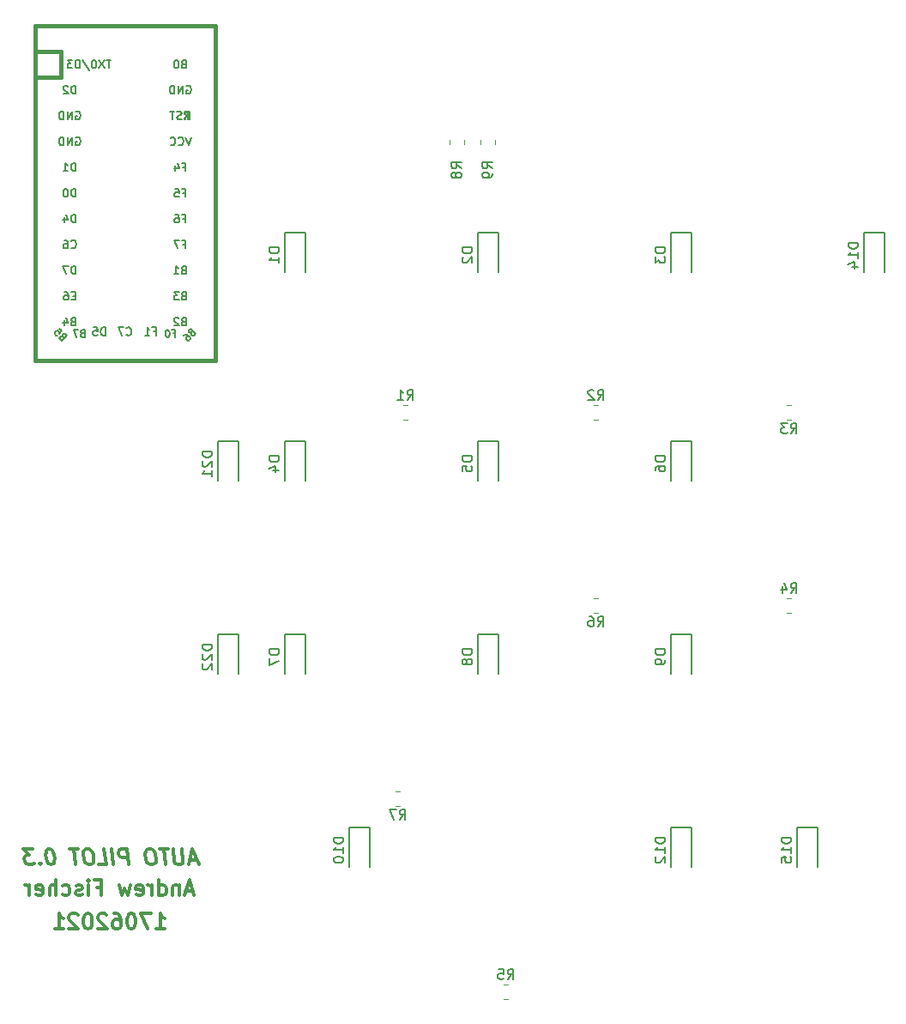
<source format=gbo>
G04 #@! TF.GenerationSoftware,KiCad,Pcbnew,(5.1.9)-1*
G04 #@! TF.CreationDate,2021-06-17T16:50:29+01:00*
G04 #@! TF.ProjectId,AutoPilot,4175746f-5069-46c6-9f74-2e6b69636164,0.3*
G04 #@! TF.SameCoordinates,Original*
G04 #@! TF.FileFunction,Legend,Bot*
G04 #@! TF.FilePolarity,Positive*
%FSLAX46Y46*%
G04 Gerber Fmt 4.6, Leading zero omitted, Abs format (unit mm)*
G04 Created by KiCad (PCBNEW (5.1.9)-1) date 2021-06-17 16:50:29*
%MOMM*%
%LPD*%
G01*
G04 APERTURE LIST*
%ADD10C,0.300000*%
%ADD11C,0.120000*%
%ADD12C,0.152400*%
%ADD13C,0.381000*%
%ADD14C,0.150000*%
%ADD15C,0.154940*%
%ADD16C,1.727200*%
%ADD17C,3.505200*%
%ADD18C,3.200001*%
%ADD19C,3.987800*%
%ADD20C,3.048000*%
%ADD21C,4.089400*%
%ADD22C,1.706881*%
%ADD23C,2.235200*%
%ADD24C,3.429000*%
%ADD25R,1.200000X0.900000*%
%ADD26C,3.200000*%
%ADD27C,1.752600*%
%ADD28R,1.752600X1.752600*%
%ADD29C,2.000000*%
%ADD30O,3.251200X1.727200*%
G04 APERTURE END LIST*
D10*
X91439428Y-142156571D02*
X92296571Y-142156571D01*
X91868000Y-142156571D02*
X91868000Y-140656571D01*
X92010857Y-140870857D01*
X92153714Y-141013714D01*
X92296571Y-141085142D01*
X90939428Y-140656571D02*
X89939428Y-140656571D01*
X90582285Y-142156571D01*
X89082285Y-140656571D02*
X88939428Y-140656571D01*
X88796571Y-140728000D01*
X88725142Y-140799428D01*
X88653714Y-140942285D01*
X88582285Y-141228000D01*
X88582285Y-141585142D01*
X88653714Y-141870857D01*
X88725142Y-142013714D01*
X88796571Y-142085142D01*
X88939428Y-142156571D01*
X89082285Y-142156571D01*
X89225142Y-142085142D01*
X89296571Y-142013714D01*
X89368000Y-141870857D01*
X89439428Y-141585142D01*
X89439428Y-141228000D01*
X89368000Y-140942285D01*
X89296571Y-140799428D01*
X89225142Y-140728000D01*
X89082285Y-140656571D01*
X87296571Y-140656571D02*
X87582285Y-140656571D01*
X87725142Y-140728000D01*
X87796571Y-140799428D01*
X87939428Y-141013714D01*
X88010857Y-141299428D01*
X88010857Y-141870857D01*
X87939428Y-142013714D01*
X87868000Y-142085142D01*
X87725142Y-142156571D01*
X87439428Y-142156571D01*
X87296571Y-142085142D01*
X87225142Y-142013714D01*
X87153714Y-141870857D01*
X87153714Y-141513714D01*
X87225142Y-141370857D01*
X87296571Y-141299428D01*
X87439428Y-141228000D01*
X87725142Y-141228000D01*
X87868000Y-141299428D01*
X87939428Y-141370857D01*
X88010857Y-141513714D01*
X86582285Y-140799428D02*
X86510857Y-140728000D01*
X86368000Y-140656571D01*
X86010857Y-140656571D01*
X85868000Y-140728000D01*
X85796571Y-140799428D01*
X85725142Y-140942285D01*
X85725142Y-141085142D01*
X85796571Y-141299428D01*
X86653714Y-142156571D01*
X85725142Y-142156571D01*
X84796571Y-140656571D02*
X84653714Y-140656571D01*
X84510857Y-140728000D01*
X84439428Y-140799428D01*
X84368000Y-140942285D01*
X84296571Y-141228000D01*
X84296571Y-141585142D01*
X84368000Y-141870857D01*
X84439428Y-142013714D01*
X84510857Y-142085142D01*
X84653714Y-142156571D01*
X84796571Y-142156571D01*
X84939428Y-142085142D01*
X85010857Y-142013714D01*
X85082285Y-141870857D01*
X85153714Y-141585142D01*
X85153714Y-141228000D01*
X85082285Y-140942285D01*
X85010857Y-140799428D01*
X84939428Y-140728000D01*
X84796571Y-140656571D01*
X83725142Y-140799428D02*
X83653714Y-140728000D01*
X83510857Y-140656571D01*
X83153714Y-140656571D01*
X83010857Y-140728000D01*
X82939428Y-140799428D01*
X82868000Y-140942285D01*
X82868000Y-141085142D01*
X82939428Y-141299428D01*
X83796571Y-142156571D01*
X82868000Y-142156571D01*
X81439428Y-142156571D02*
X82296571Y-142156571D01*
X81868000Y-142156571D02*
X81868000Y-140656571D01*
X82010857Y-140870857D01*
X82153714Y-141013714D01*
X82296571Y-141085142D01*
X95470500Y-135378000D02*
X94756214Y-135378000D01*
X95666928Y-135806571D02*
X94979428Y-134306571D01*
X94666928Y-135806571D01*
X93979428Y-134306571D02*
X94131214Y-135520857D01*
X94077642Y-135663714D01*
X94015142Y-135735142D01*
X93881214Y-135806571D01*
X93595500Y-135806571D01*
X93443714Y-135735142D01*
X93363357Y-135663714D01*
X93274071Y-135520857D01*
X93122285Y-134306571D01*
X92622285Y-134306571D02*
X91765142Y-134306571D01*
X92381214Y-135806571D02*
X92193714Y-134306571D01*
X90979428Y-134306571D02*
X90693714Y-134306571D01*
X90559785Y-134378000D01*
X90434785Y-134520857D01*
X90399071Y-134806571D01*
X90461571Y-135306571D01*
X90568714Y-135592285D01*
X90729428Y-135735142D01*
X90881214Y-135806571D01*
X91166928Y-135806571D01*
X91300857Y-135735142D01*
X91425857Y-135592285D01*
X91461571Y-135306571D01*
X91399071Y-134806571D01*
X91291928Y-134520857D01*
X91131214Y-134378000D01*
X90979428Y-134306571D01*
X88738357Y-135806571D02*
X88550857Y-134306571D01*
X87979428Y-134306571D01*
X87845500Y-134378000D01*
X87783000Y-134449428D01*
X87729428Y-134592285D01*
X87756214Y-134806571D01*
X87845500Y-134949428D01*
X87925857Y-135020857D01*
X88077642Y-135092285D01*
X88649071Y-135092285D01*
X87238357Y-135806571D02*
X87050857Y-134306571D01*
X85809785Y-135806571D02*
X86524071Y-135806571D01*
X86336571Y-134306571D01*
X84836571Y-134306571D02*
X84550857Y-134306571D01*
X84416928Y-134378000D01*
X84291928Y-134520857D01*
X84256214Y-134806571D01*
X84318714Y-135306571D01*
X84425857Y-135592285D01*
X84586571Y-135735142D01*
X84738357Y-135806571D01*
X85024071Y-135806571D01*
X85158000Y-135735142D01*
X85283000Y-135592285D01*
X85318714Y-135306571D01*
X85256214Y-134806571D01*
X85149071Y-134520857D01*
X84988357Y-134378000D01*
X84836571Y-134306571D01*
X83765142Y-134306571D02*
X82908000Y-134306571D01*
X83524071Y-135806571D02*
X83336571Y-134306571D01*
X80979428Y-134306571D02*
X80836571Y-134306571D01*
X80702642Y-134378000D01*
X80640142Y-134449428D01*
X80586571Y-134592285D01*
X80550857Y-134878000D01*
X80595500Y-135235142D01*
X80702642Y-135520857D01*
X80791928Y-135663714D01*
X80872285Y-135735142D01*
X81024071Y-135806571D01*
X81166928Y-135806571D01*
X81300857Y-135735142D01*
X81363357Y-135663714D01*
X81416928Y-135520857D01*
X81452642Y-135235142D01*
X81408000Y-134878000D01*
X81300857Y-134592285D01*
X81211571Y-134449428D01*
X81131214Y-134378000D01*
X80979428Y-134306571D01*
X80006214Y-135663714D02*
X79943714Y-135735142D01*
X80024071Y-135806571D01*
X80086571Y-135735142D01*
X80006214Y-135663714D01*
X80024071Y-135806571D01*
X79265142Y-134306571D02*
X78336571Y-134306571D01*
X78908000Y-134878000D01*
X78693714Y-134878000D01*
X78559785Y-134949428D01*
X78497285Y-135020857D01*
X78443714Y-135163714D01*
X78488357Y-135520857D01*
X78577642Y-135663714D01*
X78658000Y-135735142D01*
X78809785Y-135806571D01*
X79238357Y-135806571D01*
X79372285Y-135735142D01*
X79434785Y-135663714D01*
X95082285Y-138426000D02*
X94368000Y-138426000D01*
X95225142Y-138854571D02*
X94725142Y-137354571D01*
X94225142Y-138854571D01*
X93725142Y-137854571D02*
X93725142Y-138854571D01*
X93725142Y-137997428D02*
X93653714Y-137926000D01*
X93510857Y-137854571D01*
X93296571Y-137854571D01*
X93153714Y-137926000D01*
X93082285Y-138068857D01*
X93082285Y-138854571D01*
X91725142Y-138854571D02*
X91725142Y-137354571D01*
X91725142Y-138783142D02*
X91868000Y-138854571D01*
X92153714Y-138854571D01*
X92296571Y-138783142D01*
X92368000Y-138711714D01*
X92439428Y-138568857D01*
X92439428Y-138140285D01*
X92368000Y-137997428D01*
X92296571Y-137926000D01*
X92153714Y-137854571D01*
X91868000Y-137854571D01*
X91725142Y-137926000D01*
X91010857Y-138854571D02*
X91010857Y-137854571D01*
X91010857Y-138140285D02*
X90939428Y-137997428D01*
X90868000Y-137926000D01*
X90725142Y-137854571D01*
X90582285Y-137854571D01*
X89510857Y-138783142D02*
X89653714Y-138854571D01*
X89939428Y-138854571D01*
X90082285Y-138783142D01*
X90153714Y-138640285D01*
X90153714Y-138068857D01*
X90082285Y-137926000D01*
X89939428Y-137854571D01*
X89653714Y-137854571D01*
X89510857Y-137926000D01*
X89439428Y-138068857D01*
X89439428Y-138211714D01*
X90153714Y-138354571D01*
X88939428Y-137854571D02*
X88653714Y-138854571D01*
X88368000Y-138140285D01*
X88082285Y-138854571D01*
X87796571Y-137854571D01*
X85582285Y-138068857D02*
X86082285Y-138068857D01*
X86082285Y-138854571D02*
X86082285Y-137354571D01*
X85368000Y-137354571D01*
X84796571Y-138854571D02*
X84796571Y-137854571D01*
X84796571Y-137354571D02*
X84868000Y-137426000D01*
X84796571Y-137497428D01*
X84725142Y-137426000D01*
X84796571Y-137354571D01*
X84796571Y-137497428D01*
X84153714Y-138783142D02*
X84010857Y-138854571D01*
X83725142Y-138854571D01*
X83582285Y-138783142D01*
X83510857Y-138640285D01*
X83510857Y-138568857D01*
X83582285Y-138426000D01*
X83725142Y-138354571D01*
X83939428Y-138354571D01*
X84082285Y-138283142D01*
X84153714Y-138140285D01*
X84153714Y-138068857D01*
X84082285Y-137926000D01*
X83939428Y-137854571D01*
X83725142Y-137854571D01*
X83582285Y-137926000D01*
X82225142Y-138783142D02*
X82368000Y-138854571D01*
X82653714Y-138854571D01*
X82796571Y-138783142D01*
X82868000Y-138711714D01*
X82939428Y-138568857D01*
X82939428Y-138140285D01*
X82868000Y-137997428D01*
X82796571Y-137926000D01*
X82653714Y-137854571D01*
X82368000Y-137854571D01*
X82225142Y-137926000D01*
X81582285Y-138854571D02*
X81582285Y-137354571D01*
X80939428Y-138854571D02*
X80939428Y-138068857D01*
X81010857Y-137926000D01*
X81153714Y-137854571D01*
X81368000Y-137854571D01*
X81510857Y-137926000D01*
X81582285Y-137997428D01*
X79653714Y-138783142D02*
X79796571Y-138854571D01*
X80082285Y-138854571D01*
X80225142Y-138783142D01*
X80296571Y-138640285D01*
X80296571Y-138068857D01*
X80225142Y-137926000D01*
X80082285Y-137854571D01*
X79796571Y-137854571D01*
X79653714Y-137926000D01*
X79582285Y-138068857D01*
X79582285Y-138211714D01*
X80296571Y-138354571D01*
X78939428Y-138854571D02*
X78939428Y-137854571D01*
X78939428Y-138140285D02*
X78868000Y-137997428D01*
X78796571Y-137926000D01*
X78653714Y-137854571D01*
X78510857Y-137854571D01*
D11*
X123471000Y-64743064D02*
X123471000Y-64288936D01*
X124941000Y-64743064D02*
X124941000Y-64288936D01*
X120423000Y-64743064D02*
X120423000Y-64288936D01*
X121893000Y-64743064D02*
X121893000Y-64288936D01*
D12*
X97552000Y-113066000D02*
X97552000Y-116966000D01*
X99552000Y-113066000D02*
X99552000Y-116966000D01*
X97552000Y-113066000D02*
X99552000Y-113066000D01*
X97552000Y-94016000D02*
X97552000Y-97916000D01*
X99552000Y-94016000D02*
X99552000Y-97916000D01*
X97552000Y-94016000D02*
X99552000Y-94016000D01*
X154702000Y-132116000D02*
X154702000Y-136016000D01*
X156702000Y-132116000D02*
X156702000Y-136016000D01*
X154702000Y-132116000D02*
X156702000Y-132116000D01*
X161306000Y-73442000D02*
X161306000Y-77342000D01*
X163306000Y-73442000D02*
X163306000Y-77342000D01*
X161306000Y-73442000D02*
X163306000Y-73442000D01*
X142256000Y-132116000D02*
X142256000Y-136016000D01*
X144256000Y-132116000D02*
X144256000Y-136016000D01*
X142256000Y-132116000D02*
X144256000Y-132116000D01*
X110506000Y-132116000D02*
X110506000Y-136016000D01*
X112506000Y-132116000D02*
X112506000Y-136016000D01*
X110506000Y-132116000D02*
X112506000Y-132116000D01*
X142256000Y-113066000D02*
X142256000Y-116966000D01*
X144256000Y-113066000D02*
X144256000Y-116966000D01*
X142256000Y-113066000D02*
X144256000Y-113066000D01*
X123206000Y-113066000D02*
X123206000Y-116966000D01*
X125206000Y-113066000D02*
X125206000Y-116966000D01*
X123206000Y-113066000D02*
X125206000Y-113066000D01*
X104156000Y-113066000D02*
X104156000Y-116966000D01*
X106156000Y-113066000D02*
X106156000Y-116966000D01*
X104156000Y-113066000D02*
X106156000Y-113066000D01*
X142256000Y-94016000D02*
X142256000Y-97916000D01*
X144256000Y-94016000D02*
X144256000Y-97916000D01*
X142256000Y-94016000D02*
X144256000Y-94016000D01*
X123206000Y-94016000D02*
X123206000Y-97916000D01*
X125206000Y-94016000D02*
X125206000Y-97916000D01*
X123206000Y-94016000D02*
X125206000Y-94016000D01*
X104156000Y-94016000D02*
X104156000Y-97916000D01*
X106156000Y-94016000D02*
X106156000Y-97916000D01*
X104156000Y-94016000D02*
X106156000Y-94016000D01*
X142256000Y-73442000D02*
X142256000Y-77342000D01*
X144256000Y-73442000D02*
X144256000Y-77342000D01*
X142256000Y-73442000D02*
X144256000Y-73442000D01*
X123206000Y-73442000D02*
X123206000Y-77342000D01*
X125206000Y-73442000D02*
X125206000Y-77342000D01*
X123206000Y-73442000D02*
X125206000Y-73442000D01*
X104156000Y-73442000D02*
X104156000Y-77342000D01*
X106156000Y-73442000D02*
X106156000Y-77342000D01*
X104156000Y-73442000D02*
X106156000Y-73442000D01*
D13*
X82042000Y-58166000D02*
X79502000Y-58166000D01*
X82042000Y-55626000D02*
X82042000Y-58166000D01*
D14*
G36*
X94436635Y-61915030D02*
G01*
X94436635Y-62015030D01*
X94536635Y-62015030D01*
X94536635Y-61915030D01*
X94436635Y-61915030D01*
G37*
X94436635Y-61915030D02*
X94436635Y-62015030D01*
X94536635Y-62015030D01*
X94536635Y-61915030D01*
X94436635Y-61915030D01*
G36*
X94636635Y-61515030D02*
G01*
X94636635Y-62315030D01*
X94736635Y-62315030D01*
X94736635Y-61515030D01*
X94636635Y-61515030D01*
G37*
X94636635Y-61515030D02*
X94636635Y-62315030D01*
X94736635Y-62315030D01*
X94736635Y-61515030D01*
X94636635Y-61515030D01*
G36*
X94236635Y-62115030D02*
G01*
X94236635Y-62315030D01*
X94336635Y-62315030D01*
X94336635Y-62115030D01*
X94236635Y-62115030D01*
G37*
X94236635Y-62115030D02*
X94236635Y-62315030D01*
X94336635Y-62315030D01*
X94336635Y-62115030D01*
X94236635Y-62115030D01*
G36*
X94236635Y-61515030D02*
G01*
X94236635Y-61815030D01*
X94336635Y-61815030D01*
X94336635Y-61515030D01*
X94236635Y-61515030D01*
G37*
X94236635Y-61515030D02*
X94236635Y-61815030D01*
X94336635Y-61815030D01*
X94336635Y-61515030D01*
X94236635Y-61515030D01*
G36*
X94236635Y-61515030D02*
G01*
X94236635Y-61615030D01*
X94736635Y-61615030D01*
X94736635Y-61515030D01*
X94236635Y-61515030D01*
G37*
X94236635Y-61515030D02*
X94236635Y-61615030D01*
X94736635Y-61615030D01*
X94736635Y-61515030D01*
X94236635Y-61515030D01*
D13*
X97282000Y-86106000D02*
X97282000Y-53086000D01*
X79502000Y-86106000D02*
X97282000Y-86106000D01*
X79502000Y-53086000D02*
X79502000Y-86106000D01*
X97282000Y-53086000D02*
X79502000Y-53086000D01*
X82042000Y-55626000D02*
X79502000Y-55626000D01*
D11*
X115088936Y-128551000D02*
X115543064Y-128551000D01*
X115088936Y-130021000D02*
X115543064Y-130021000D01*
X134646936Y-109501000D02*
X135101064Y-109501000D01*
X134646936Y-110971000D02*
X135101064Y-110971000D01*
X126211064Y-149071000D02*
X125756936Y-149071000D01*
X126211064Y-147601000D02*
X125756936Y-147601000D01*
X154151064Y-110971000D02*
X153696936Y-110971000D01*
X154151064Y-109501000D02*
X153696936Y-109501000D01*
X153696936Y-90451000D02*
X154151064Y-90451000D01*
X153696936Y-91921000D02*
X154151064Y-91921000D01*
X135101064Y-91921000D02*
X134646936Y-91921000D01*
X135101064Y-90451000D02*
X134646936Y-90451000D01*
X116305064Y-91921000D02*
X115850936Y-91921000D01*
X116305064Y-90451000D02*
X115850936Y-90451000D01*
D14*
X124658380Y-67143333D02*
X124182190Y-66810000D01*
X124658380Y-66571904D02*
X123658380Y-66571904D01*
X123658380Y-66952857D01*
X123706000Y-67048095D01*
X123753619Y-67095714D01*
X123848857Y-67143333D01*
X123991714Y-67143333D01*
X124086952Y-67095714D01*
X124134571Y-67048095D01*
X124182190Y-66952857D01*
X124182190Y-66571904D01*
X124658380Y-67619523D02*
X124658380Y-67810000D01*
X124610761Y-67905238D01*
X124563142Y-67952857D01*
X124420285Y-68048095D01*
X124229809Y-68095714D01*
X123848857Y-68095714D01*
X123753619Y-68048095D01*
X123706000Y-68000476D01*
X123658380Y-67905238D01*
X123658380Y-67714761D01*
X123706000Y-67619523D01*
X123753619Y-67571904D01*
X123848857Y-67524285D01*
X124086952Y-67524285D01*
X124182190Y-67571904D01*
X124229809Y-67619523D01*
X124277428Y-67714761D01*
X124277428Y-67905238D01*
X124229809Y-68000476D01*
X124182190Y-68048095D01*
X124086952Y-68095714D01*
X121610380Y-67143333D02*
X121134190Y-66810000D01*
X121610380Y-66571904D02*
X120610380Y-66571904D01*
X120610380Y-66952857D01*
X120658000Y-67048095D01*
X120705619Y-67095714D01*
X120800857Y-67143333D01*
X120943714Y-67143333D01*
X121038952Y-67095714D01*
X121086571Y-67048095D01*
X121134190Y-66952857D01*
X121134190Y-66571904D01*
X121038952Y-67714761D02*
X120991333Y-67619523D01*
X120943714Y-67571904D01*
X120848476Y-67524285D01*
X120800857Y-67524285D01*
X120705619Y-67571904D01*
X120658000Y-67619523D01*
X120610380Y-67714761D01*
X120610380Y-67905238D01*
X120658000Y-68000476D01*
X120705619Y-68048095D01*
X120800857Y-68095714D01*
X120848476Y-68095714D01*
X120943714Y-68048095D01*
X120991333Y-68000476D01*
X121038952Y-67905238D01*
X121038952Y-67714761D01*
X121086571Y-67619523D01*
X121134190Y-67571904D01*
X121229428Y-67524285D01*
X121419904Y-67524285D01*
X121515142Y-67571904D01*
X121562761Y-67619523D01*
X121610380Y-67714761D01*
X121610380Y-67905238D01*
X121562761Y-68000476D01*
X121515142Y-68048095D01*
X121419904Y-68095714D01*
X121229428Y-68095714D01*
X121134190Y-68048095D01*
X121086571Y-68000476D01*
X121038952Y-67905238D01*
X97004380Y-114101714D02*
X96004380Y-114101714D01*
X96004380Y-114339809D01*
X96052000Y-114482666D01*
X96147238Y-114577904D01*
X96242476Y-114625523D01*
X96432952Y-114673142D01*
X96575809Y-114673142D01*
X96766285Y-114625523D01*
X96861523Y-114577904D01*
X96956761Y-114482666D01*
X97004380Y-114339809D01*
X97004380Y-114101714D01*
X96099619Y-115054095D02*
X96052000Y-115101714D01*
X96004380Y-115196952D01*
X96004380Y-115435047D01*
X96052000Y-115530285D01*
X96099619Y-115577904D01*
X96194857Y-115625523D01*
X96290095Y-115625523D01*
X96432952Y-115577904D01*
X97004380Y-115006476D01*
X97004380Y-115625523D01*
X96099619Y-116006476D02*
X96052000Y-116054095D01*
X96004380Y-116149333D01*
X96004380Y-116387428D01*
X96052000Y-116482666D01*
X96099619Y-116530285D01*
X96194857Y-116577904D01*
X96290095Y-116577904D01*
X96432952Y-116530285D01*
X97004380Y-115958857D01*
X97004380Y-116577904D01*
X97004380Y-95051714D02*
X96004380Y-95051714D01*
X96004380Y-95289809D01*
X96052000Y-95432666D01*
X96147238Y-95527904D01*
X96242476Y-95575523D01*
X96432952Y-95623142D01*
X96575809Y-95623142D01*
X96766285Y-95575523D01*
X96861523Y-95527904D01*
X96956761Y-95432666D01*
X97004380Y-95289809D01*
X97004380Y-95051714D01*
X96099619Y-96004095D02*
X96052000Y-96051714D01*
X96004380Y-96146952D01*
X96004380Y-96385047D01*
X96052000Y-96480285D01*
X96099619Y-96527904D01*
X96194857Y-96575523D01*
X96290095Y-96575523D01*
X96432952Y-96527904D01*
X97004380Y-95956476D01*
X97004380Y-96575523D01*
X97004380Y-97527904D02*
X97004380Y-96956476D01*
X97004380Y-97242190D02*
X96004380Y-97242190D01*
X96147238Y-97146952D01*
X96242476Y-97051714D01*
X96290095Y-96956476D01*
X154154380Y-133151714D02*
X153154380Y-133151714D01*
X153154380Y-133389809D01*
X153202000Y-133532666D01*
X153297238Y-133627904D01*
X153392476Y-133675523D01*
X153582952Y-133723142D01*
X153725809Y-133723142D01*
X153916285Y-133675523D01*
X154011523Y-133627904D01*
X154106761Y-133532666D01*
X154154380Y-133389809D01*
X154154380Y-133151714D01*
X154154380Y-134675523D02*
X154154380Y-134104095D01*
X154154380Y-134389809D02*
X153154380Y-134389809D01*
X153297238Y-134294571D01*
X153392476Y-134199333D01*
X153440095Y-134104095D01*
X153154380Y-135580285D02*
X153154380Y-135104095D01*
X153630571Y-135056476D01*
X153582952Y-135104095D01*
X153535333Y-135199333D01*
X153535333Y-135437428D01*
X153582952Y-135532666D01*
X153630571Y-135580285D01*
X153725809Y-135627904D01*
X153963904Y-135627904D01*
X154059142Y-135580285D01*
X154106761Y-135532666D01*
X154154380Y-135437428D01*
X154154380Y-135199333D01*
X154106761Y-135104095D01*
X154059142Y-135056476D01*
X160758380Y-74477714D02*
X159758380Y-74477714D01*
X159758380Y-74715809D01*
X159806000Y-74858666D01*
X159901238Y-74953904D01*
X159996476Y-75001523D01*
X160186952Y-75049142D01*
X160329809Y-75049142D01*
X160520285Y-75001523D01*
X160615523Y-74953904D01*
X160710761Y-74858666D01*
X160758380Y-74715809D01*
X160758380Y-74477714D01*
X160758380Y-76001523D02*
X160758380Y-75430095D01*
X160758380Y-75715809D02*
X159758380Y-75715809D01*
X159901238Y-75620571D01*
X159996476Y-75525333D01*
X160044095Y-75430095D01*
X160091714Y-76858666D02*
X160758380Y-76858666D01*
X159710761Y-76620571D02*
X160425047Y-76382476D01*
X160425047Y-77001523D01*
X141708380Y-133151714D02*
X140708380Y-133151714D01*
X140708380Y-133389809D01*
X140756000Y-133532666D01*
X140851238Y-133627904D01*
X140946476Y-133675523D01*
X141136952Y-133723142D01*
X141279809Y-133723142D01*
X141470285Y-133675523D01*
X141565523Y-133627904D01*
X141660761Y-133532666D01*
X141708380Y-133389809D01*
X141708380Y-133151714D01*
X141708380Y-134675523D02*
X141708380Y-134104095D01*
X141708380Y-134389809D02*
X140708380Y-134389809D01*
X140851238Y-134294571D01*
X140946476Y-134199333D01*
X140994095Y-134104095D01*
X140803619Y-135056476D02*
X140756000Y-135104095D01*
X140708380Y-135199333D01*
X140708380Y-135437428D01*
X140756000Y-135532666D01*
X140803619Y-135580285D01*
X140898857Y-135627904D01*
X140994095Y-135627904D01*
X141136952Y-135580285D01*
X141708380Y-135008857D01*
X141708380Y-135627904D01*
X109958380Y-133151714D02*
X108958380Y-133151714D01*
X108958380Y-133389809D01*
X109006000Y-133532666D01*
X109101238Y-133627904D01*
X109196476Y-133675523D01*
X109386952Y-133723142D01*
X109529809Y-133723142D01*
X109720285Y-133675523D01*
X109815523Y-133627904D01*
X109910761Y-133532666D01*
X109958380Y-133389809D01*
X109958380Y-133151714D01*
X109958380Y-134675523D02*
X109958380Y-134104095D01*
X109958380Y-134389809D02*
X108958380Y-134389809D01*
X109101238Y-134294571D01*
X109196476Y-134199333D01*
X109244095Y-134104095D01*
X108958380Y-135294571D02*
X108958380Y-135389809D01*
X109006000Y-135485047D01*
X109053619Y-135532666D01*
X109148857Y-135580285D01*
X109339333Y-135627904D01*
X109577428Y-135627904D01*
X109767904Y-135580285D01*
X109863142Y-135532666D01*
X109910761Y-135485047D01*
X109958380Y-135389809D01*
X109958380Y-135294571D01*
X109910761Y-135199333D01*
X109863142Y-135151714D01*
X109767904Y-135104095D01*
X109577428Y-135056476D01*
X109339333Y-135056476D01*
X109148857Y-135104095D01*
X109053619Y-135151714D01*
X109006000Y-135199333D01*
X108958380Y-135294571D01*
X141708380Y-114577904D02*
X140708380Y-114577904D01*
X140708380Y-114816000D01*
X140756000Y-114958857D01*
X140851238Y-115054095D01*
X140946476Y-115101714D01*
X141136952Y-115149333D01*
X141279809Y-115149333D01*
X141470285Y-115101714D01*
X141565523Y-115054095D01*
X141660761Y-114958857D01*
X141708380Y-114816000D01*
X141708380Y-114577904D01*
X141708380Y-115625523D02*
X141708380Y-115816000D01*
X141660761Y-115911238D01*
X141613142Y-115958857D01*
X141470285Y-116054095D01*
X141279809Y-116101714D01*
X140898857Y-116101714D01*
X140803619Y-116054095D01*
X140756000Y-116006476D01*
X140708380Y-115911238D01*
X140708380Y-115720761D01*
X140756000Y-115625523D01*
X140803619Y-115577904D01*
X140898857Y-115530285D01*
X141136952Y-115530285D01*
X141232190Y-115577904D01*
X141279809Y-115625523D01*
X141327428Y-115720761D01*
X141327428Y-115911238D01*
X141279809Y-116006476D01*
X141232190Y-116054095D01*
X141136952Y-116101714D01*
X122658380Y-114577904D02*
X121658380Y-114577904D01*
X121658380Y-114816000D01*
X121706000Y-114958857D01*
X121801238Y-115054095D01*
X121896476Y-115101714D01*
X122086952Y-115149333D01*
X122229809Y-115149333D01*
X122420285Y-115101714D01*
X122515523Y-115054095D01*
X122610761Y-114958857D01*
X122658380Y-114816000D01*
X122658380Y-114577904D01*
X122086952Y-115720761D02*
X122039333Y-115625523D01*
X121991714Y-115577904D01*
X121896476Y-115530285D01*
X121848857Y-115530285D01*
X121753619Y-115577904D01*
X121706000Y-115625523D01*
X121658380Y-115720761D01*
X121658380Y-115911238D01*
X121706000Y-116006476D01*
X121753619Y-116054095D01*
X121848857Y-116101714D01*
X121896476Y-116101714D01*
X121991714Y-116054095D01*
X122039333Y-116006476D01*
X122086952Y-115911238D01*
X122086952Y-115720761D01*
X122134571Y-115625523D01*
X122182190Y-115577904D01*
X122277428Y-115530285D01*
X122467904Y-115530285D01*
X122563142Y-115577904D01*
X122610761Y-115625523D01*
X122658380Y-115720761D01*
X122658380Y-115911238D01*
X122610761Y-116006476D01*
X122563142Y-116054095D01*
X122467904Y-116101714D01*
X122277428Y-116101714D01*
X122182190Y-116054095D01*
X122134571Y-116006476D01*
X122086952Y-115911238D01*
X103608380Y-114577904D02*
X102608380Y-114577904D01*
X102608380Y-114816000D01*
X102656000Y-114958857D01*
X102751238Y-115054095D01*
X102846476Y-115101714D01*
X103036952Y-115149333D01*
X103179809Y-115149333D01*
X103370285Y-115101714D01*
X103465523Y-115054095D01*
X103560761Y-114958857D01*
X103608380Y-114816000D01*
X103608380Y-114577904D01*
X102608380Y-115482666D02*
X102608380Y-116149333D01*
X103608380Y-115720761D01*
X141708380Y-95527904D02*
X140708380Y-95527904D01*
X140708380Y-95766000D01*
X140756000Y-95908857D01*
X140851238Y-96004095D01*
X140946476Y-96051714D01*
X141136952Y-96099333D01*
X141279809Y-96099333D01*
X141470285Y-96051714D01*
X141565523Y-96004095D01*
X141660761Y-95908857D01*
X141708380Y-95766000D01*
X141708380Y-95527904D01*
X140708380Y-96956476D02*
X140708380Y-96766000D01*
X140756000Y-96670761D01*
X140803619Y-96623142D01*
X140946476Y-96527904D01*
X141136952Y-96480285D01*
X141517904Y-96480285D01*
X141613142Y-96527904D01*
X141660761Y-96575523D01*
X141708380Y-96670761D01*
X141708380Y-96861238D01*
X141660761Y-96956476D01*
X141613142Y-97004095D01*
X141517904Y-97051714D01*
X141279809Y-97051714D01*
X141184571Y-97004095D01*
X141136952Y-96956476D01*
X141089333Y-96861238D01*
X141089333Y-96670761D01*
X141136952Y-96575523D01*
X141184571Y-96527904D01*
X141279809Y-96480285D01*
X122658380Y-95527904D02*
X121658380Y-95527904D01*
X121658380Y-95766000D01*
X121706000Y-95908857D01*
X121801238Y-96004095D01*
X121896476Y-96051714D01*
X122086952Y-96099333D01*
X122229809Y-96099333D01*
X122420285Y-96051714D01*
X122515523Y-96004095D01*
X122610761Y-95908857D01*
X122658380Y-95766000D01*
X122658380Y-95527904D01*
X121658380Y-97004095D02*
X121658380Y-96527904D01*
X122134571Y-96480285D01*
X122086952Y-96527904D01*
X122039333Y-96623142D01*
X122039333Y-96861238D01*
X122086952Y-96956476D01*
X122134571Y-97004095D01*
X122229809Y-97051714D01*
X122467904Y-97051714D01*
X122563142Y-97004095D01*
X122610761Y-96956476D01*
X122658380Y-96861238D01*
X122658380Y-96623142D01*
X122610761Y-96527904D01*
X122563142Y-96480285D01*
X103608380Y-95527904D02*
X102608380Y-95527904D01*
X102608380Y-95766000D01*
X102656000Y-95908857D01*
X102751238Y-96004095D01*
X102846476Y-96051714D01*
X103036952Y-96099333D01*
X103179809Y-96099333D01*
X103370285Y-96051714D01*
X103465523Y-96004095D01*
X103560761Y-95908857D01*
X103608380Y-95766000D01*
X103608380Y-95527904D01*
X102941714Y-96956476D02*
X103608380Y-96956476D01*
X102560761Y-96718380D02*
X103275047Y-96480285D01*
X103275047Y-97099333D01*
X141708380Y-74953904D02*
X140708380Y-74953904D01*
X140708380Y-75192000D01*
X140756000Y-75334857D01*
X140851238Y-75430095D01*
X140946476Y-75477714D01*
X141136952Y-75525333D01*
X141279809Y-75525333D01*
X141470285Y-75477714D01*
X141565523Y-75430095D01*
X141660761Y-75334857D01*
X141708380Y-75192000D01*
X141708380Y-74953904D01*
X140708380Y-75858666D02*
X140708380Y-76477714D01*
X141089333Y-76144380D01*
X141089333Y-76287238D01*
X141136952Y-76382476D01*
X141184571Y-76430095D01*
X141279809Y-76477714D01*
X141517904Y-76477714D01*
X141613142Y-76430095D01*
X141660761Y-76382476D01*
X141708380Y-76287238D01*
X141708380Y-76001523D01*
X141660761Y-75906285D01*
X141613142Y-75858666D01*
X122658380Y-74953904D02*
X121658380Y-74953904D01*
X121658380Y-75192000D01*
X121706000Y-75334857D01*
X121801238Y-75430095D01*
X121896476Y-75477714D01*
X122086952Y-75525333D01*
X122229809Y-75525333D01*
X122420285Y-75477714D01*
X122515523Y-75430095D01*
X122610761Y-75334857D01*
X122658380Y-75192000D01*
X122658380Y-74953904D01*
X121753619Y-75906285D02*
X121706000Y-75953904D01*
X121658380Y-76049142D01*
X121658380Y-76287238D01*
X121706000Y-76382476D01*
X121753619Y-76430095D01*
X121848857Y-76477714D01*
X121944095Y-76477714D01*
X122086952Y-76430095D01*
X122658380Y-75858666D01*
X122658380Y-76477714D01*
X103608380Y-74953904D02*
X102608380Y-74953904D01*
X102608380Y-75192000D01*
X102656000Y-75334857D01*
X102751238Y-75430095D01*
X102846476Y-75477714D01*
X103036952Y-75525333D01*
X103179809Y-75525333D01*
X103370285Y-75477714D01*
X103465523Y-75430095D01*
X103560761Y-75334857D01*
X103608380Y-75192000D01*
X103608380Y-74953904D01*
X103608380Y-76477714D02*
X103608380Y-75906285D01*
X103608380Y-76192000D02*
X102608380Y-76192000D01*
X102751238Y-76096761D01*
X102846476Y-76001523D01*
X102894095Y-75906285D01*
X83521476Y-59797904D02*
X83521476Y-58997904D01*
X83331000Y-58997904D01*
X83216714Y-59036000D01*
X83140523Y-59112190D01*
X83102428Y-59188380D01*
X83064333Y-59340761D01*
X83064333Y-59455047D01*
X83102428Y-59607428D01*
X83140523Y-59683619D01*
X83216714Y-59759809D01*
X83331000Y-59797904D01*
X83521476Y-59797904D01*
X82759571Y-59074095D02*
X82721476Y-59036000D01*
X82645285Y-58997904D01*
X82454809Y-58997904D01*
X82378619Y-59036000D01*
X82340523Y-59074095D01*
X82302428Y-59150285D01*
X82302428Y-59226476D01*
X82340523Y-59340761D01*
X82797666Y-59797904D01*
X82302428Y-59797904D01*
X83521476Y-69957904D02*
X83521476Y-69157904D01*
X83331000Y-69157904D01*
X83216714Y-69196000D01*
X83140523Y-69272190D01*
X83102428Y-69348380D01*
X83064333Y-69500761D01*
X83064333Y-69615047D01*
X83102428Y-69767428D01*
X83140523Y-69843619D01*
X83216714Y-69919809D01*
X83331000Y-69957904D01*
X83521476Y-69957904D01*
X82569095Y-69157904D02*
X82492904Y-69157904D01*
X82416714Y-69196000D01*
X82378619Y-69234095D01*
X82340523Y-69310285D01*
X82302428Y-69462666D01*
X82302428Y-69653142D01*
X82340523Y-69805523D01*
X82378619Y-69881714D01*
X82416714Y-69919809D01*
X82492904Y-69957904D01*
X82569095Y-69957904D01*
X82645285Y-69919809D01*
X82683380Y-69881714D01*
X82721476Y-69805523D01*
X82759571Y-69653142D01*
X82759571Y-69462666D01*
X82721476Y-69310285D01*
X82683380Y-69234095D01*
X82645285Y-69196000D01*
X82569095Y-69157904D01*
X83521476Y-67417904D02*
X83521476Y-66617904D01*
X83331000Y-66617904D01*
X83216714Y-66656000D01*
X83140523Y-66732190D01*
X83102428Y-66808380D01*
X83064333Y-66960761D01*
X83064333Y-67075047D01*
X83102428Y-67227428D01*
X83140523Y-67303619D01*
X83216714Y-67379809D01*
X83331000Y-67417904D01*
X83521476Y-67417904D01*
X82302428Y-67417904D02*
X82759571Y-67417904D01*
X82531000Y-67417904D02*
X82531000Y-66617904D01*
X82607190Y-66732190D01*
X82683380Y-66808380D01*
X82759571Y-66846476D01*
X83540523Y-64116000D02*
X83616714Y-64077904D01*
X83731000Y-64077904D01*
X83845285Y-64116000D01*
X83921476Y-64192190D01*
X83959571Y-64268380D01*
X83997666Y-64420761D01*
X83997666Y-64535047D01*
X83959571Y-64687428D01*
X83921476Y-64763619D01*
X83845285Y-64839809D01*
X83731000Y-64877904D01*
X83654809Y-64877904D01*
X83540523Y-64839809D01*
X83502428Y-64801714D01*
X83502428Y-64535047D01*
X83654809Y-64535047D01*
X83159571Y-64877904D02*
X83159571Y-64077904D01*
X82702428Y-64877904D01*
X82702428Y-64077904D01*
X82321476Y-64877904D02*
X82321476Y-64077904D01*
X82131000Y-64077904D01*
X82016714Y-64116000D01*
X81940523Y-64192190D01*
X81902428Y-64268380D01*
X81864333Y-64420761D01*
X81864333Y-64535047D01*
X81902428Y-64687428D01*
X81940523Y-64763619D01*
X82016714Y-64839809D01*
X82131000Y-64877904D01*
X82321476Y-64877904D01*
X83540523Y-61576000D02*
X83616714Y-61537904D01*
X83731000Y-61537904D01*
X83845285Y-61576000D01*
X83921476Y-61652190D01*
X83959571Y-61728380D01*
X83997666Y-61880761D01*
X83997666Y-61995047D01*
X83959571Y-62147428D01*
X83921476Y-62223619D01*
X83845285Y-62299809D01*
X83731000Y-62337904D01*
X83654809Y-62337904D01*
X83540523Y-62299809D01*
X83502428Y-62261714D01*
X83502428Y-61995047D01*
X83654809Y-61995047D01*
X83159571Y-62337904D02*
X83159571Y-61537904D01*
X82702428Y-62337904D01*
X82702428Y-61537904D01*
X82321476Y-62337904D02*
X82321476Y-61537904D01*
X82131000Y-61537904D01*
X82016714Y-61576000D01*
X81940523Y-61652190D01*
X81902428Y-61728380D01*
X81864333Y-61880761D01*
X81864333Y-61995047D01*
X81902428Y-62147428D01*
X81940523Y-62223619D01*
X82016714Y-62299809D01*
X82131000Y-62337904D01*
X82321476Y-62337904D01*
X83521476Y-72497904D02*
X83521476Y-71697904D01*
X83331000Y-71697904D01*
X83216714Y-71736000D01*
X83140523Y-71812190D01*
X83102428Y-71888380D01*
X83064333Y-72040761D01*
X83064333Y-72155047D01*
X83102428Y-72307428D01*
X83140523Y-72383619D01*
X83216714Y-72459809D01*
X83331000Y-72497904D01*
X83521476Y-72497904D01*
X82378619Y-71964571D02*
X82378619Y-72497904D01*
X82569095Y-71659809D02*
X82759571Y-72231238D01*
X82264333Y-72231238D01*
X83064333Y-74961714D02*
X83102428Y-74999809D01*
X83216714Y-75037904D01*
X83292904Y-75037904D01*
X83407190Y-74999809D01*
X83483380Y-74923619D01*
X83521476Y-74847428D01*
X83559571Y-74695047D01*
X83559571Y-74580761D01*
X83521476Y-74428380D01*
X83483380Y-74352190D01*
X83407190Y-74276000D01*
X83292904Y-74237904D01*
X83216714Y-74237904D01*
X83102428Y-74276000D01*
X83064333Y-74314095D01*
X82378619Y-74237904D02*
X82531000Y-74237904D01*
X82607190Y-74276000D01*
X82645285Y-74314095D01*
X82721476Y-74428380D01*
X82759571Y-74580761D01*
X82759571Y-74885523D01*
X82721476Y-74961714D01*
X82683380Y-74999809D01*
X82607190Y-75037904D01*
X82454809Y-75037904D01*
X82378619Y-74999809D01*
X82340523Y-74961714D01*
X82302428Y-74885523D01*
X82302428Y-74695047D01*
X82340523Y-74618857D01*
X82378619Y-74580761D01*
X82454809Y-74542666D01*
X82607190Y-74542666D01*
X82683380Y-74580761D01*
X82721476Y-74618857D01*
X82759571Y-74695047D01*
X83521476Y-77577904D02*
X83521476Y-76777904D01*
X83331000Y-76777904D01*
X83216714Y-76816000D01*
X83140523Y-76892190D01*
X83102428Y-76968380D01*
X83064333Y-77120761D01*
X83064333Y-77235047D01*
X83102428Y-77387428D01*
X83140523Y-77463619D01*
X83216714Y-77539809D01*
X83331000Y-77577904D01*
X83521476Y-77577904D01*
X82797666Y-76777904D02*
X82264333Y-76777904D01*
X82607190Y-77577904D01*
X83483380Y-79698857D02*
X83216714Y-79698857D01*
X83102428Y-80117904D02*
X83483380Y-80117904D01*
X83483380Y-79317904D01*
X83102428Y-79317904D01*
X82416714Y-79317904D02*
X82569095Y-79317904D01*
X82645285Y-79356000D01*
X82683380Y-79394095D01*
X82759571Y-79508380D01*
X82797666Y-79660761D01*
X82797666Y-79965523D01*
X82759571Y-80041714D01*
X82721476Y-80079809D01*
X82645285Y-80117904D01*
X82492904Y-80117904D01*
X82416714Y-80079809D01*
X82378619Y-80041714D01*
X82340523Y-79965523D01*
X82340523Y-79775047D01*
X82378619Y-79698857D01*
X82416714Y-79660761D01*
X82492904Y-79622666D01*
X82645285Y-79622666D01*
X82721476Y-79660761D01*
X82759571Y-79698857D01*
X82797666Y-79775047D01*
X83254809Y-82238857D02*
X83140523Y-82276952D01*
X83102428Y-82315047D01*
X83064333Y-82391238D01*
X83064333Y-82505523D01*
X83102428Y-82581714D01*
X83140523Y-82619809D01*
X83216714Y-82657904D01*
X83521476Y-82657904D01*
X83521476Y-81857904D01*
X83254809Y-81857904D01*
X83178619Y-81896000D01*
X83140523Y-81934095D01*
X83102428Y-82010285D01*
X83102428Y-82086476D01*
X83140523Y-82162666D01*
X83178619Y-82200761D01*
X83254809Y-82238857D01*
X83521476Y-82238857D01*
X82378619Y-82124571D02*
X82378619Y-82657904D01*
X82569095Y-81819809D02*
X82759571Y-82391238D01*
X82264333Y-82391238D01*
X82227702Y-83730991D02*
X82133421Y-83683851D01*
X82086280Y-83683851D01*
X82015570Y-83707421D01*
X81944859Y-83778132D01*
X81921289Y-83848842D01*
X81921289Y-83895983D01*
X81944859Y-83966693D01*
X82133421Y-84155255D01*
X82628396Y-83660280D01*
X82463404Y-83495289D01*
X82392693Y-83471719D01*
X82345553Y-83471719D01*
X82274842Y-83495289D01*
X82227702Y-83542429D01*
X82204132Y-83613140D01*
X82204132Y-83660280D01*
X82227702Y-83730991D01*
X82392693Y-83895983D01*
X81897719Y-82929603D02*
X82133421Y-83165306D01*
X81921289Y-83424578D01*
X81921289Y-83377438D01*
X81897719Y-83306727D01*
X81779867Y-83188876D01*
X81709157Y-83165306D01*
X81662016Y-83165306D01*
X81591306Y-83188876D01*
X81473455Y-83306727D01*
X81449884Y-83377438D01*
X81449884Y-83424578D01*
X81473455Y-83495289D01*
X81591306Y-83613140D01*
X81662016Y-83636710D01*
X81709157Y-83636710D01*
X94176809Y-79698857D02*
X94062523Y-79736952D01*
X94024428Y-79775047D01*
X93986333Y-79851238D01*
X93986333Y-79965523D01*
X94024428Y-80041714D01*
X94062523Y-80079809D01*
X94138714Y-80117904D01*
X94443476Y-80117904D01*
X94443476Y-79317904D01*
X94176809Y-79317904D01*
X94100619Y-79356000D01*
X94062523Y-79394095D01*
X94024428Y-79470285D01*
X94024428Y-79546476D01*
X94062523Y-79622666D01*
X94100619Y-79660761D01*
X94176809Y-79698857D01*
X94443476Y-79698857D01*
X93719666Y-79317904D02*
X93224428Y-79317904D01*
X93491095Y-79622666D01*
X93376809Y-79622666D01*
X93300619Y-79660761D01*
X93262523Y-79698857D01*
X93224428Y-79775047D01*
X93224428Y-79965523D01*
X93262523Y-80041714D01*
X93300619Y-80079809D01*
X93376809Y-80117904D01*
X93605380Y-80117904D01*
X93681571Y-80079809D01*
X93719666Y-80041714D01*
X94176809Y-77158857D02*
X94062523Y-77196952D01*
X94024428Y-77235047D01*
X93986333Y-77311238D01*
X93986333Y-77425523D01*
X94024428Y-77501714D01*
X94062523Y-77539809D01*
X94138714Y-77577904D01*
X94443476Y-77577904D01*
X94443476Y-76777904D01*
X94176809Y-76777904D01*
X94100619Y-76816000D01*
X94062523Y-76854095D01*
X94024428Y-76930285D01*
X94024428Y-77006476D01*
X94062523Y-77082666D01*
X94100619Y-77120761D01*
X94176809Y-77158857D01*
X94443476Y-77158857D01*
X93224428Y-77577904D02*
X93681571Y-77577904D01*
X93453000Y-77577904D02*
X93453000Y-76777904D01*
X93529190Y-76892190D01*
X93605380Y-76968380D01*
X93681571Y-77006476D01*
X94119666Y-66998857D02*
X94386333Y-66998857D01*
X94386333Y-67417904D02*
X94386333Y-66617904D01*
X94005380Y-66617904D01*
X93357761Y-66884571D02*
X93357761Y-67417904D01*
X93548238Y-66579809D02*
X93738714Y-67151238D01*
X93243476Y-67151238D01*
X94919666Y-64077904D02*
X94653000Y-64877904D01*
X94386333Y-64077904D01*
X93662523Y-64801714D02*
X93700619Y-64839809D01*
X93814904Y-64877904D01*
X93891095Y-64877904D01*
X94005380Y-64839809D01*
X94081571Y-64763619D01*
X94119666Y-64687428D01*
X94157761Y-64535047D01*
X94157761Y-64420761D01*
X94119666Y-64268380D01*
X94081571Y-64192190D01*
X94005380Y-64116000D01*
X93891095Y-64077904D01*
X93814904Y-64077904D01*
X93700619Y-64116000D01*
X93662523Y-64154095D01*
X92862523Y-64801714D02*
X92900619Y-64839809D01*
X93014904Y-64877904D01*
X93091095Y-64877904D01*
X93205380Y-64839809D01*
X93281571Y-64763619D01*
X93319666Y-64687428D01*
X93357761Y-64535047D01*
X93357761Y-64420761D01*
X93319666Y-64268380D01*
X93281571Y-64192190D01*
X93205380Y-64116000D01*
X93091095Y-64077904D01*
X93014904Y-64077904D01*
X92900619Y-64116000D01*
X92862523Y-64154095D01*
X94462523Y-59036000D02*
X94538714Y-58997904D01*
X94653000Y-58997904D01*
X94767285Y-59036000D01*
X94843476Y-59112190D01*
X94881571Y-59188380D01*
X94919666Y-59340761D01*
X94919666Y-59455047D01*
X94881571Y-59607428D01*
X94843476Y-59683619D01*
X94767285Y-59759809D01*
X94653000Y-59797904D01*
X94576809Y-59797904D01*
X94462523Y-59759809D01*
X94424428Y-59721714D01*
X94424428Y-59455047D01*
X94576809Y-59455047D01*
X94081571Y-59797904D02*
X94081571Y-58997904D01*
X93624428Y-59797904D01*
X93624428Y-58997904D01*
X93243476Y-59797904D02*
X93243476Y-58997904D01*
X93053000Y-58997904D01*
X92938714Y-59036000D01*
X92862523Y-59112190D01*
X92824428Y-59188380D01*
X92786333Y-59340761D01*
X92786333Y-59455047D01*
X92824428Y-59607428D01*
X92862523Y-59683619D01*
X92938714Y-59759809D01*
X93053000Y-59797904D01*
X93243476Y-59797904D01*
X94176809Y-56838857D02*
X94062523Y-56876952D01*
X94024428Y-56915047D01*
X93986333Y-56991238D01*
X93986333Y-57105523D01*
X94024428Y-57181714D01*
X94062523Y-57219809D01*
X94138714Y-57257904D01*
X94443476Y-57257904D01*
X94443476Y-56457904D01*
X94176809Y-56457904D01*
X94100619Y-56496000D01*
X94062523Y-56534095D01*
X94024428Y-56610285D01*
X94024428Y-56686476D01*
X94062523Y-56762666D01*
X94100619Y-56800761D01*
X94176809Y-56838857D01*
X94443476Y-56838857D01*
X93491095Y-56457904D02*
X93414904Y-56457904D01*
X93338714Y-56496000D01*
X93300619Y-56534095D01*
X93262523Y-56610285D01*
X93224428Y-56762666D01*
X93224428Y-56953142D01*
X93262523Y-57105523D01*
X93300619Y-57181714D01*
X93338714Y-57219809D01*
X93414904Y-57257904D01*
X93491095Y-57257904D01*
X93567285Y-57219809D01*
X93605380Y-57181714D01*
X93643476Y-57105523D01*
X93681571Y-56953142D01*
X93681571Y-56762666D01*
X93643476Y-56610285D01*
X93605380Y-56534095D01*
X93567285Y-56496000D01*
X93491095Y-56457904D01*
X94119666Y-69538857D02*
X94386333Y-69538857D01*
X94386333Y-69957904D02*
X94386333Y-69157904D01*
X94005380Y-69157904D01*
X93319666Y-69157904D02*
X93700619Y-69157904D01*
X93738714Y-69538857D01*
X93700619Y-69500761D01*
X93624428Y-69462666D01*
X93433952Y-69462666D01*
X93357761Y-69500761D01*
X93319666Y-69538857D01*
X93281571Y-69615047D01*
X93281571Y-69805523D01*
X93319666Y-69881714D01*
X93357761Y-69919809D01*
X93433952Y-69957904D01*
X93624428Y-69957904D01*
X93700619Y-69919809D01*
X93738714Y-69881714D01*
X94119666Y-72078857D02*
X94386333Y-72078857D01*
X94386333Y-72497904D02*
X94386333Y-71697904D01*
X94005380Y-71697904D01*
X93357761Y-71697904D02*
X93510142Y-71697904D01*
X93586333Y-71736000D01*
X93624428Y-71774095D01*
X93700619Y-71888380D01*
X93738714Y-72040761D01*
X93738714Y-72345523D01*
X93700619Y-72421714D01*
X93662523Y-72459809D01*
X93586333Y-72497904D01*
X93433952Y-72497904D01*
X93357761Y-72459809D01*
X93319666Y-72421714D01*
X93281571Y-72345523D01*
X93281571Y-72155047D01*
X93319666Y-72078857D01*
X93357761Y-72040761D01*
X93433952Y-72002666D01*
X93586333Y-72002666D01*
X93662523Y-72040761D01*
X93700619Y-72078857D01*
X93738714Y-72155047D01*
X94119666Y-74618857D02*
X94386333Y-74618857D01*
X94386333Y-75037904D02*
X94386333Y-74237904D01*
X94005380Y-74237904D01*
X93776809Y-74237904D02*
X93243476Y-74237904D01*
X93586333Y-75037904D01*
X94176809Y-82238857D02*
X94062523Y-82276952D01*
X94024428Y-82315047D01*
X93986333Y-82391238D01*
X93986333Y-82505523D01*
X94024428Y-82581714D01*
X94062523Y-82619809D01*
X94138714Y-82657904D01*
X94443476Y-82657904D01*
X94443476Y-81857904D01*
X94176809Y-81857904D01*
X94100619Y-81896000D01*
X94062523Y-81934095D01*
X94024428Y-82010285D01*
X94024428Y-82086476D01*
X94062523Y-82162666D01*
X94100619Y-82200761D01*
X94176809Y-82238857D01*
X94443476Y-82238857D01*
X93681571Y-81934095D02*
X93643476Y-81896000D01*
X93567285Y-81857904D01*
X93376809Y-81857904D01*
X93300619Y-81896000D01*
X93262523Y-81934095D01*
X93224428Y-82010285D01*
X93224428Y-82086476D01*
X93262523Y-82200761D01*
X93719666Y-82657904D01*
X93224428Y-82657904D01*
X87010604Y-56457904D02*
X86553461Y-56457904D01*
X86782032Y-57257904D02*
X86782032Y-56457904D01*
X86362985Y-56457904D02*
X85829651Y-57257904D01*
X85829651Y-56457904D02*
X86362985Y-57257904D01*
X85372508Y-56457904D02*
X85296318Y-56457904D01*
X85220128Y-56496000D01*
X85182032Y-56534095D01*
X85143937Y-56610285D01*
X85105842Y-56762666D01*
X85105842Y-56953142D01*
X85143937Y-57105523D01*
X85182032Y-57181714D01*
X85220128Y-57219809D01*
X85296318Y-57257904D01*
X85372508Y-57257904D01*
X85448699Y-57219809D01*
X85486794Y-57181714D01*
X85524889Y-57105523D01*
X85562985Y-56953142D01*
X85562985Y-56762666D01*
X85524889Y-56610285D01*
X85486794Y-56534095D01*
X85448699Y-56496000D01*
X85372508Y-56457904D01*
X84191556Y-56419809D02*
X84877270Y-57448380D01*
X83924889Y-57257904D02*
X83924889Y-56457904D01*
X83734413Y-56457904D01*
X83620128Y-56496000D01*
X83543937Y-56572190D01*
X83505842Y-56648380D01*
X83467747Y-56800761D01*
X83467747Y-56915047D01*
X83505842Y-57067428D01*
X83543937Y-57143619D01*
X83620128Y-57219809D01*
X83734413Y-57257904D01*
X83924889Y-57257904D01*
X83201080Y-56457904D02*
X82705842Y-56457904D01*
X82972508Y-56762666D01*
X82858223Y-56762666D01*
X82782032Y-56800761D01*
X82743937Y-56838857D01*
X82705842Y-56915047D01*
X82705842Y-57105523D01*
X82743937Y-57181714D01*
X82782032Y-57219809D01*
X82858223Y-57257904D01*
X83086794Y-57257904D01*
X83162985Y-57219809D01*
X83201080Y-57181714D01*
X93965333Y-62279809D02*
X93851047Y-62317904D01*
X93660571Y-62317904D01*
X93584380Y-62279809D01*
X93546285Y-62241714D01*
X93508190Y-62165523D01*
X93508190Y-62089333D01*
X93546285Y-62013142D01*
X93584380Y-61975047D01*
X93660571Y-61936952D01*
X93812952Y-61898857D01*
X93889142Y-61860761D01*
X93927238Y-61822666D01*
X93965333Y-61746476D01*
X93965333Y-61670285D01*
X93927238Y-61594095D01*
X93889142Y-61556000D01*
X93812952Y-61517904D01*
X93622476Y-61517904D01*
X93508190Y-61556000D01*
X93279619Y-61517904D02*
X92822476Y-61517904D01*
X93051047Y-62317904D02*
X93051047Y-61517904D01*
X84175333Y-83416000D02*
X84075333Y-83449333D01*
X84042000Y-83482666D01*
X84008666Y-83549333D01*
X84008666Y-83649333D01*
X84042000Y-83716000D01*
X84075333Y-83749333D01*
X84142000Y-83782666D01*
X84408666Y-83782666D01*
X84408666Y-83082666D01*
X84175333Y-83082666D01*
X84108666Y-83116000D01*
X84075333Y-83149333D01*
X84042000Y-83216000D01*
X84042000Y-83282666D01*
X84075333Y-83349333D01*
X84108666Y-83382666D01*
X84175333Y-83416000D01*
X84408666Y-83416000D01*
X83775333Y-83082666D02*
X83308666Y-83082666D01*
X83608666Y-83782666D01*
X93125333Y-83416000D02*
X93358666Y-83416000D01*
X93358666Y-83782666D02*
X93358666Y-83082666D01*
X93025333Y-83082666D01*
X92625333Y-83082666D02*
X92558666Y-83082666D01*
X92492000Y-83116000D01*
X92458666Y-83149333D01*
X92425333Y-83216000D01*
X92392000Y-83349333D01*
X92392000Y-83516000D01*
X92425333Y-83649333D01*
X92458666Y-83716000D01*
X92492000Y-83749333D01*
X92558666Y-83782666D01*
X92625333Y-83782666D01*
X92692000Y-83749333D01*
X92725333Y-83716000D01*
X92758666Y-83649333D01*
X92792000Y-83516000D01*
X92792000Y-83349333D01*
X92758666Y-83216000D01*
X92725333Y-83149333D01*
X92692000Y-83116000D01*
X92625333Y-83082666D01*
X94956991Y-83330297D02*
X94909851Y-83424578D01*
X94909851Y-83471719D01*
X94933421Y-83542429D01*
X95004132Y-83613140D01*
X95074842Y-83636710D01*
X95121983Y-83636710D01*
X95192693Y-83613140D01*
X95381255Y-83424578D01*
X94886280Y-82929603D01*
X94721289Y-83094595D01*
X94697719Y-83165306D01*
X94697719Y-83212446D01*
X94721289Y-83283157D01*
X94768429Y-83330297D01*
X94839140Y-83353867D01*
X94886280Y-83353867D01*
X94956991Y-83330297D01*
X95121983Y-83165306D01*
X94179174Y-83636710D02*
X94273455Y-83542429D01*
X94344165Y-83518859D01*
X94391306Y-83518859D01*
X94509157Y-83542429D01*
X94627008Y-83613140D01*
X94815570Y-83801702D01*
X94839140Y-83872412D01*
X94839140Y-83919553D01*
X94815570Y-83990264D01*
X94721289Y-84084544D01*
X94650578Y-84108115D01*
X94603438Y-84108115D01*
X94532727Y-84084544D01*
X94414876Y-83966693D01*
X94391306Y-83895983D01*
X94391306Y-83848842D01*
X94414876Y-83778132D01*
X94509157Y-83683851D01*
X94579867Y-83660280D01*
X94627008Y-83660280D01*
X94697719Y-83683851D01*
X88525333Y-83551714D02*
X88563428Y-83589809D01*
X88677714Y-83627904D01*
X88753904Y-83627904D01*
X88868190Y-83589809D01*
X88944380Y-83513619D01*
X88982476Y-83437428D01*
X89020571Y-83285047D01*
X89020571Y-83170761D01*
X88982476Y-83018380D01*
X88944380Y-82942190D01*
X88868190Y-82866000D01*
X88753904Y-82827904D01*
X88677714Y-82827904D01*
X88563428Y-82866000D01*
X88525333Y-82904095D01*
X88258666Y-82827904D02*
X87725333Y-82827904D01*
X88068190Y-83627904D01*
X91198666Y-83208857D02*
X91465333Y-83208857D01*
X91465333Y-83627904D02*
X91465333Y-82827904D01*
X91084380Y-82827904D01*
X90360571Y-83627904D02*
X90817714Y-83627904D01*
X90589142Y-83627904D02*
X90589142Y-82827904D01*
X90665333Y-82942190D01*
X90741523Y-83018380D01*
X90817714Y-83056476D01*
X86442476Y-83627904D02*
X86442476Y-82827904D01*
X86252000Y-82827904D01*
X86137714Y-82866000D01*
X86061523Y-82942190D01*
X86023428Y-83018380D01*
X85985333Y-83170761D01*
X85985333Y-83285047D01*
X86023428Y-83437428D01*
X86061523Y-83513619D01*
X86137714Y-83589809D01*
X86252000Y-83627904D01*
X86442476Y-83627904D01*
X85261523Y-82827904D02*
X85642476Y-82827904D01*
X85680571Y-83208857D01*
X85642476Y-83170761D01*
X85566285Y-83132666D01*
X85375809Y-83132666D01*
X85299619Y-83170761D01*
X85261523Y-83208857D01*
X85223428Y-83285047D01*
X85223428Y-83475523D01*
X85261523Y-83551714D01*
X85299619Y-83589809D01*
X85375809Y-83627904D01*
X85566285Y-83627904D01*
X85642476Y-83589809D01*
X85680571Y-83551714D01*
X115482666Y-131388380D02*
X115816000Y-130912190D01*
X116054095Y-131388380D02*
X116054095Y-130388380D01*
X115673142Y-130388380D01*
X115577904Y-130436000D01*
X115530285Y-130483619D01*
X115482666Y-130578857D01*
X115482666Y-130721714D01*
X115530285Y-130816952D01*
X115577904Y-130864571D01*
X115673142Y-130912190D01*
X116054095Y-130912190D01*
X115149333Y-130388380D02*
X114482666Y-130388380D01*
X114911238Y-131388380D01*
D12*
X135040666Y-112338380D02*
X135374000Y-111862190D01*
X135612095Y-112338380D02*
X135612095Y-111338380D01*
X135231142Y-111338380D01*
X135135904Y-111386000D01*
X135088285Y-111433619D01*
X135040666Y-111528857D01*
X135040666Y-111671714D01*
X135088285Y-111766952D01*
X135135904Y-111814571D01*
X135231142Y-111862190D01*
X135612095Y-111862190D01*
X134183523Y-111338380D02*
X134374000Y-111338380D01*
X134469238Y-111386000D01*
X134516857Y-111433619D01*
X134612095Y-111576476D01*
X134659714Y-111766952D01*
X134659714Y-112147904D01*
X134612095Y-112243142D01*
X134564476Y-112290761D01*
X134469238Y-112338380D01*
X134278761Y-112338380D01*
X134183523Y-112290761D01*
X134135904Y-112243142D01*
X134088285Y-112147904D01*
X134088285Y-111909809D01*
X134135904Y-111814571D01*
X134183523Y-111766952D01*
X134278761Y-111719333D01*
X134469238Y-111719333D01*
X134564476Y-111766952D01*
X134612095Y-111814571D01*
X134659714Y-111909809D01*
D15*
X126150666Y-147138380D02*
X126484000Y-146662190D01*
X126722095Y-147138380D02*
X126722095Y-146138380D01*
X126341142Y-146138380D01*
X126245904Y-146186000D01*
X126198285Y-146233619D01*
X126150666Y-146328857D01*
X126150666Y-146471714D01*
X126198285Y-146566952D01*
X126245904Y-146614571D01*
X126341142Y-146662190D01*
X126722095Y-146662190D01*
X125245904Y-146138380D02*
X125722095Y-146138380D01*
X125769714Y-146614571D01*
X125722095Y-146566952D01*
X125626857Y-146519333D01*
X125388761Y-146519333D01*
X125293523Y-146566952D01*
X125245904Y-146614571D01*
X125198285Y-146709809D01*
X125198285Y-146947904D01*
X125245904Y-147043142D01*
X125293523Y-147090761D01*
X125388761Y-147138380D01*
X125626857Y-147138380D01*
X125722095Y-147090761D01*
X125769714Y-147043142D01*
D12*
X154090666Y-109038380D02*
X154424000Y-108562190D01*
X154662095Y-109038380D02*
X154662095Y-108038380D01*
X154281142Y-108038380D01*
X154185904Y-108086000D01*
X154138285Y-108133619D01*
X154090666Y-108228857D01*
X154090666Y-108371714D01*
X154138285Y-108466952D01*
X154185904Y-108514571D01*
X154281142Y-108562190D01*
X154662095Y-108562190D01*
X153233523Y-108371714D02*
X153233523Y-109038380D01*
X153471619Y-107990761D02*
X153709714Y-108705047D01*
X153090666Y-108705047D01*
D14*
X154090666Y-93288380D02*
X154424000Y-92812190D01*
X154662095Y-93288380D02*
X154662095Y-92288380D01*
X154281142Y-92288380D01*
X154185904Y-92336000D01*
X154138285Y-92383619D01*
X154090666Y-92478857D01*
X154090666Y-92621714D01*
X154138285Y-92716952D01*
X154185904Y-92764571D01*
X154281142Y-92812190D01*
X154662095Y-92812190D01*
X153757333Y-92288380D02*
X153138285Y-92288380D01*
X153471619Y-92669333D01*
X153328761Y-92669333D01*
X153233523Y-92716952D01*
X153185904Y-92764571D01*
X153138285Y-92859809D01*
X153138285Y-93097904D01*
X153185904Y-93193142D01*
X153233523Y-93240761D01*
X153328761Y-93288380D01*
X153614476Y-93288380D01*
X153709714Y-93240761D01*
X153757333Y-93193142D01*
X135040666Y-89988380D02*
X135374000Y-89512190D01*
X135612095Y-89988380D02*
X135612095Y-88988380D01*
X135231142Y-88988380D01*
X135135904Y-89036000D01*
X135088285Y-89083619D01*
X135040666Y-89178857D01*
X135040666Y-89321714D01*
X135088285Y-89416952D01*
X135135904Y-89464571D01*
X135231142Y-89512190D01*
X135612095Y-89512190D01*
X134659714Y-89083619D02*
X134612095Y-89036000D01*
X134516857Y-88988380D01*
X134278761Y-88988380D01*
X134183523Y-89036000D01*
X134135904Y-89083619D01*
X134088285Y-89178857D01*
X134088285Y-89274095D01*
X134135904Y-89416952D01*
X134707333Y-89988380D01*
X134088285Y-89988380D01*
X116244666Y-89988380D02*
X116578000Y-89512190D01*
X116816095Y-89988380D02*
X116816095Y-88988380D01*
X116435142Y-88988380D01*
X116339904Y-89036000D01*
X116292285Y-89083619D01*
X116244666Y-89178857D01*
X116244666Y-89321714D01*
X116292285Y-89416952D01*
X116339904Y-89464571D01*
X116435142Y-89512190D01*
X116816095Y-89512190D01*
X115292285Y-89988380D02*
X115863714Y-89988380D01*
X115578000Y-89988380D02*
X115578000Y-88988380D01*
X115673238Y-89131238D01*
X115768476Y-89226476D01*
X115863714Y-89274095D01*
%LPC*%
D16*
X80137000Y-102616000D03*
X80137000Y-107696000D03*
X94615000Y-102616000D03*
D17*
X87630000Y-98552000D03*
X87630000Y-111760000D03*
D16*
X94615000Y-107696000D03*
X80137000Y-105156000D03*
G36*
G01*
X124656002Y-64116000D02*
X123755998Y-64116000D01*
G75*
G02*
X123506000Y-63866002I0J249998D01*
G01*
X123506000Y-63340998D01*
G75*
G02*
X123755998Y-63091000I249998J0D01*
G01*
X124656002Y-63091000D01*
G75*
G02*
X124906000Y-63340998I0J-249998D01*
G01*
X124906000Y-63866002D01*
G75*
G02*
X124656002Y-64116000I-249998J0D01*
G01*
G37*
G36*
G01*
X124656002Y-65941000D02*
X123755998Y-65941000D01*
G75*
G02*
X123506000Y-65691002I0J249998D01*
G01*
X123506000Y-65165998D01*
G75*
G02*
X123755998Y-64916000I249998J0D01*
G01*
X124656002Y-64916000D01*
G75*
G02*
X124906000Y-65165998I0J-249998D01*
G01*
X124906000Y-65691002D01*
G75*
G02*
X124656002Y-65941000I-249998J0D01*
G01*
G37*
G36*
G01*
X121608002Y-64116000D02*
X120707998Y-64116000D01*
G75*
G02*
X120458000Y-63866002I0J249998D01*
G01*
X120458000Y-63340998D01*
G75*
G02*
X120707998Y-63091000I249998J0D01*
G01*
X121608002Y-63091000D01*
G75*
G02*
X121858000Y-63340998I0J-249998D01*
G01*
X121858000Y-63866002D01*
G75*
G02*
X121608002Y-64116000I-249998J0D01*
G01*
G37*
G36*
G01*
X121608002Y-65941000D02*
X120707998Y-65941000D01*
G75*
G02*
X120458000Y-65691002I0J249998D01*
G01*
X120458000Y-65165998D01*
G75*
G02*
X120707998Y-64916000I249998J0D01*
G01*
X121608002Y-64916000D01*
G75*
G02*
X121858000Y-65165998I0J-249998D01*
G01*
X121858000Y-65691002D01*
G75*
G02*
X121608002Y-65941000I-249998J0D01*
G01*
G37*
D18*
X84836000Y-93726000D03*
D19*
X157988000Y-83629500D03*
X157988000Y-107505500D03*
D20*
X173228000Y-107505500D03*
X173228000Y-83629500D03*
D21*
X166243000Y-95567500D03*
D22*
X166243000Y-100647500D03*
X166243000Y-90487500D03*
D23*
X171323000Y-96837500D03*
X171323000Y-94297500D03*
D24*
X163703000Y-99377500D03*
X161163000Y-93027500D03*
D19*
X157988000Y-121729500D03*
X157988000Y-145605500D03*
D20*
X173228000Y-145605500D03*
X173228000Y-121729500D03*
D21*
X166243000Y-133667500D03*
D22*
X166243000Y-138747500D03*
X166243000Y-128587500D03*
D23*
X171323000Y-134937500D03*
X171323000Y-132397500D03*
D24*
X163703000Y-137477500D03*
X161163000Y-131127500D03*
D19*
X106680000Y-134937500D03*
X130556000Y-134937500D03*
D20*
X130556000Y-150177500D03*
X106680000Y-150177500D03*
D24*
X121158000Y-138112500D03*
X114808000Y-140652500D03*
D23*
X119888000Y-148272500D03*
X117348000Y-148272500D03*
D22*
X123698000Y-143192500D03*
X113538000Y-143192500D03*
D21*
X118618000Y-143192500D03*
D25*
X98552000Y-116966000D03*
X98552000Y-113666000D03*
X98552000Y-97916000D03*
X98552000Y-94616000D03*
X155702000Y-136016000D03*
X155702000Y-132716000D03*
X162306000Y-77342000D03*
X162306000Y-74042000D03*
X143256000Y-136016000D03*
X143256000Y-132716000D03*
X111506000Y-136016000D03*
X111506000Y-132716000D03*
X143256000Y-116966000D03*
X143256000Y-113666000D03*
X124206000Y-116966000D03*
X124206000Y-113666000D03*
X105156000Y-116966000D03*
X105156000Y-113666000D03*
X143256000Y-97916000D03*
X143256000Y-94616000D03*
X124206000Y-97916000D03*
X124206000Y-94616000D03*
X105156000Y-97916000D03*
X105156000Y-94616000D03*
X143256000Y-77342000D03*
X143256000Y-74042000D03*
X124206000Y-77342000D03*
X124206000Y-74042000D03*
X105156000Y-77342000D03*
X105156000Y-74042000D03*
D26*
X118618000Y-114554000D03*
D27*
X83312000Y-84836000D03*
X85852000Y-84836000D03*
X88392000Y-84836000D03*
X90932000Y-84836000D03*
X93472000Y-84836000D03*
X96012000Y-56896000D03*
X81000600Y-84836000D03*
X96012000Y-59436000D03*
X96012000Y-61976000D03*
X96012000Y-64516000D03*
X96012000Y-67056000D03*
X96012000Y-69596000D03*
X96012000Y-72136000D03*
X96012000Y-74676000D03*
X96012000Y-77216000D03*
X96012000Y-79756000D03*
X96012000Y-82296000D03*
X96012000Y-84836000D03*
X80772000Y-82296000D03*
X80772000Y-79756000D03*
X80772000Y-77216000D03*
X80772000Y-74676000D03*
X80772000Y-72136000D03*
X80772000Y-69596000D03*
X80772000Y-67056000D03*
X80772000Y-64516000D03*
X80772000Y-61976000D03*
X80772000Y-59436000D03*
D28*
X80772000Y-56896000D03*
D26*
X118618000Y-75692000D03*
X121920000Y-56388000D03*
X172466000Y-58166000D03*
X81280000Y-147828000D03*
D18*
X172466000Y-114554000D03*
G36*
G01*
X115716000Y-129736001D02*
X115716000Y-128835999D01*
G75*
G02*
X115965999Y-128586000I249999J0D01*
G01*
X116666001Y-128586000D01*
G75*
G02*
X116916000Y-128835999I0J-249999D01*
G01*
X116916000Y-129736001D01*
G75*
G02*
X116666001Y-129986000I-249999J0D01*
G01*
X115965999Y-129986000D01*
G75*
G02*
X115716000Y-129736001I0J249999D01*
G01*
G37*
G36*
G01*
X113716000Y-129736001D02*
X113716000Y-128835999D01*
G75*
G02*
X113965999Y-128586000I249999J0D01*
G01*
X114666001Y-128586000D01*
G75*
G02*
X114916000Y-128835999I0J-249999D01*
G01*
X114916000Y-129736001D01*
G75*
G02*
X114666001Y-129986000I-249999J0D01*
G01*
X113965999Y-129986000D01*
G75*
G02*
X113716000Y-129736001I0J249999D01*
G01*
G37*
D24*
X111633000Y-100012500D03*
X105283000Y-102552500D03*
D23*
X110363000Y-110172500D03*
X107823000Y-110172500D03*
D22*
X114173000Y-105092500D03*
X104013000Y-105092500D03*
D21*
X109093000Y-105092500D03*
G36*
G01*
X135274000Y-110686001D02*
X135274000Y-109785999D01*
G75*
G02*
X135523999Y-109536000I249999J0D01*
G01*
X136224001Y-109536000D01*
G75*
G02*
X136474000Y-109785999I0J-249999D01*
G01*
X136474000Y-110686001D01*
G75*
G02*
X136224001Y-110936000I-249999J0D01*
G01*
X135523999Y-110936000D01*
G75*
G02*
X135274000Y-110686001I0J249999D01*
G01*
G37*
G36*
G01*
X133274000Y-110686001D02*
X133274000Y-109785999D01*
G75*
G02*
X133523999Y-109536000I249999J0D01*
G01*
X134224001Y-109536000D01*
G75*
G02*
X134474000Y-109785999I0J-249999D01*
G01*
X134474000Y-110686001D01*
G75*
G02*
X134224001Y-110936000I-249999J0D01*
G01*
X133523999Y-110936000D01*
G75*
G02*
X133274000Y-110686001I0J249999D01*
G01*
G37*
G36*
G01*
X125584000Y-147885999D02*
X125584000Y-148786001D01*
G75*
G02*
X125334001Y-149036000I-249999J0D01*
G01*
X124633999Y-149036000D01*
G75*
G02*
X124384000Y-148786001I0J249999D01*
G01*
X124384000Y-147885999D01*
G75*
G02*
X124633999Y-147636000I249999J0D01*
G01*
X125334001Y-147636000D01*
G75*
G02*
X125584000Y-147885999I0J-249999D01*
G01*
G37*
G36*
G01*
X127584000Y-147885999D02*
X127584000Y-148786001D01*
G75*
G02*
X127334001Y-149036000I-249999J0D01*
G01*
X126633999Y-149036000D01*
G75*
G02*
X126384000Y-148786001I0J249999D01*
G01*
X126384000Y-147885999D01*
G75*
G02*
X126633999Y-147636000I249999J0D01*
G01*
X127334001Y-147636000D01*
G75*
G02*
X127584000Y-147885999I0J-249999D01*
G01*
G37*
G36*
G01*
X153524000Y-109785999D02*
X153524000Y-110686001D01*
G75*
G02*
X153274001Y-110936000I-249999J0D01*
G01*
X152573999Y-110936000D01*
G75*
G02*
X152324000Y-110686001I0J249999D01*
G01*
X152324000Y-109785999D01*
G75*
G02*
X152573999Y-109536000I249999J0D01*
G01*
X153274001Y-109536000D01*
G75*
G02*
X153524000Y-109785999I0J-249999D01*
G01*
G37*
G36*
G01*
X155524000Y-109785999D02*
X155524000Y-110686001D01*
G75*
G02*
X155274001Y-110936000I-249999J0D01*
G01*
X154573999Y-110936000D01*
G75*
G02*
X154324000Y-110686001I0J249999D01*
G01*
X154324000Y-109785999D01*
G75*
G02*
X154573999Y-109536000I249999J0D01*
G01*
X155274001Y-109536000D01*
G75*
G02*
X155524000Y-109785999I0J-249999D01*
G01*
G37*
G36*
G01*
X154324000Y-91636001D02*
X154324000Y-90735999D01*
G75*
G02*
X154573999Y-90486000I249999J0D01*
G01*
X155274001Y-90486000D01*
G75*
G02*
X155524000Y-90735999I0J-249999D01*
G01*
X155524000Y-91636001D01*
G75*
G02*
X155274001Y-91886000I-249999J0D01*
G01*
X154573999Y-91886000D01*
G75*
G02*
X154324000Y-91636001I0J249999D01*
G01*
G37*
G36*
G01*
X152324000Y-91636001D02*
X152324000Y-90735999D01*
G75*
G02*
X152573999Y-90486000I249999J0D01*
G01*
X153274001Y-90486000D01*
G75*
G02*
X153524000Y-90735999I0J-249999D01*
G01*
X153524000Y-91636001D01*
G75*
G02*
X153274001Y-91886000I-249999J0D01*
G01*
X152573999Y-91886000D01*
G75*
G02*
X152324000Y-91636001I0J249999D01*
G01*
G37*
G36*
G01*
X134474000Y-90735999D02*
X134474000Y-91636001D01*
G75*
G02*
X134224001Y-91886000I-249999J0D01*
G01*
X133523999Y-91886000D01*
G75*
G02*
X133274000Y-91636001I0J249999D01*
G01*
X133274000Y-90735999D01*
G75*
G02*
X133523999Y-90486000I249999J0D01*
G01*
X134224001Y-90486000D01*
G75*
G02*
X134474000Y-90735999I0J-249999D01*
G01*
G37*
G36*
G01*
X136474000Y-90735999D02*
X136474000Y-91636001D01*
G75*
G02*
X136224001Y-91886000I-249999J0D01*
G01*
X135523999Y-91886000D01*
G75*
G02*
X135274000Y-91636001I0J249999D01*
G01*
X135274000Y-90735999D01*
G75*
G02*
X135523999Y-90486000I249999J0D01*
G01*
X136224001Y-90486000D01*
G75*
G02*
X136474000Y-90735999I0J-249999D01*
G01*
G37*
G36*
G01*
X115678000Y-90735999D02*
X115678000Y-91636001D01*
G75*
G02*
X115428001Y-91886000I-249999J0D01*
G01*
X114727999Y-91886000D01*
G75*
G02*
X114478000Y-91636001I0J249999D01*
G01*
X114478000Y-90735999D01*
G75*
G02*
X114727999Y-90486000I249999J0D01*
G01*
X115428001Y-90486000D01*
G75*
G02*
X115678000Y-90735999I0J-249999D01*
G01*
G37*
G36*
G01*
X117678000Y-90735999D02*
X117678000Y-91636001D01*
G75*
G02*
X117428001Y-91886000I-249999J0D01*
G01*
X116727999Y-91886000D01*
G75*
G02*
X116478000Y-91636001I0J249999D01*
G01*
X116478000Y-90735999D01*
G75*
G02*
X116727999Y-90486000I249999J0D01*
G01*
X117428001Y-90486000D01*
G75*
G02*
X117678000Y-90735999I0J-249999D01*
G01*
G37*
D29*
X103228000Y-60452000D03*
X103228000Y-55952000D03*
X109728000Y-60452000D03*
X109728000Y-55952000D03*
D30*
X116840000Y-68072000D03*
X116840000Y-65532000D03*
X116840000Y-62992000D03*
X116840000Y-60452000D03*
D24*
X149733000Y-138112500D03*
X143383000Y-140652500D03*
D23*
X148463000Y-148272500D03*
X145923000Y-148272500D03*
D22*
X152273000Y-143192500D03*
X142113000Y-143192500D03*
D21*
X147193000Y-143192500D03*
D24*
X130683000Y-80962500D03*
X124333000Y-83502500D03*
D23*
X129413000Y-91122500D03*
X126873000Y-91122500D03*
D22*
X133223000Y-86042500D03*
X123063000Y-86042500D03*
D21*
X128143000Y-86042500D03*
D16*
X80251300Y-122428000D03*
X80251300Y-127508000D03*
X94729300Y-122428000D03*
D17*
X87744300Y-118364000D03*
X87744300Y-131572000D03*
D16*
X94729300Y-127508000D03*
X80251300Y-124968000D03*
D24*
X149733000Y-80962500D03*
X143383000Y-83502500D03*
D23*
X148463000Y-91122500D03*
X145923000Y-91122500D03*
D22*
X152273000Y-86042500D03*
X142113000Y-86042500D03*
D21*
X147193000Y-86042500D03*
D24*
X130683000Y-100012500D03*
X124333000Y-102552500D03*
D23*
X129413000Y-110172500D03*
X126873000Y-110172500D03*
D22*
X133223000Y-105092500D03*
X123063000Y-105092500D03*
D21*
X128143000Y-105092500D03*
D24*
X149733000Y-100012500D03*
X143383000Y-102552500D03*
D23*
X148463000Y-110172500D03*
X145923000Y-110172500D03*
D22*
X152273000Y-105092500D03*
X142113000Y-105092500D03*
D21*
X147193000Y-105092500D03*
D24*
X111633000Y-119062500D03*
X105283000Y-121602500D03*
D23*
X110363000Y-129222500D03*
X107823000Y-129222500D03*
D22*
X114173000Y-124142500D03*
X104013000Y-124142500D03*
D21*
X109093000Y-124142500D03*
D24*
X130683000Y-119062500D03*
X124333000Y-121602500D03*
D23*
X129413000Y-129222500D03*
X126873000Y-129222500D03*
D22*
X133223000Y-124142500D03*
X123063000Y-124142500D03*
D21*
X128143000Y-124142500D03*
D24*
X149733000Y-119062500D03*
X143383000Y-121602500D03*
D23*
X148463000Y-129222500D03*
X145923000Y-129222500D03*
D22*
X152273000Y-124142500D03*
X142113000Y-124142500D03*
D21*
X147193000Y-124142500D03*
D24*
X111633000Y-80962500D03*
X105283000Y-83502500D03*
D23*
X110363000Y-91122500D03*
X107823000Y-91122500D03*
D22*
X114173000Y-86042500D03*
X104013000Y-86042500D03*
D21*
X109093000Y-86042500D03*
M02*

</source>
